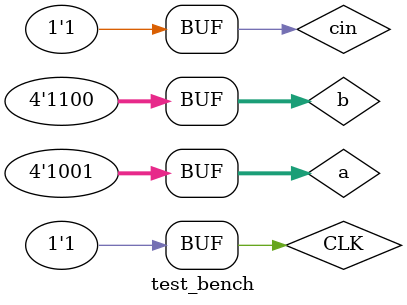
<source format=v>
`timescale 1ns / 1ps

module test_bench(
    );
    
    wire [3:0] sum; //sum output
    wire cout; //carry out
    reg [3:0] a, b; //input bits
    reg cin; //carry in
    
    CLA_4 lookaheadAdder(a, b, cin, sum, cout);
    
    wire CLK;
    assign CLK = 1;
    
    always @ (CLK) begin
        //Case with carry in and no carry out
        a = 4'b0000;
        b = 4'b0001;
        cin = 1;
    #100//Case with no carry in but a carry out
        a = 4'b1010;
        b = 4'b0111;
        cin = 0;
    #100//Case with a carry in and a carry out
        a = 4'b1001;
        b = 4'b1100;
        cin = 1;

    end
    
endmodule

</source>
